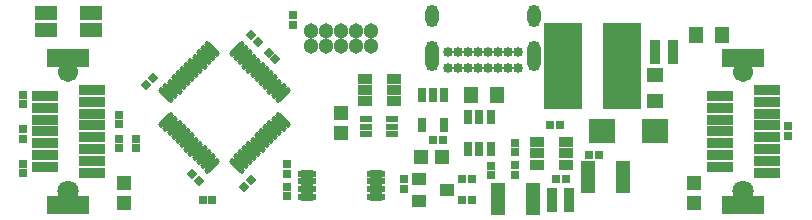
<source format=gts>
G04*
G04 #@! TF.GenerationSoftware,Altium Limited,Altium Designer,19.1.5 (86)*
G04*
G04 Layer_Color=8388736*
%FSLAX25Y25*%
%MOIN*%
G70*
G01*
G75*
%ADD41R,0.04737X0.10642*%
%ADD42R,0.09068X0.08083*%
%ADD43R,0.12611X0.29147*%
%ADD44R,0.03556X0.07887*%
%ADD45R,0.03950X0.02375*%
%ADD46R,0.04800X0.05800*%
%ADD47R,0.05131X0.03359*%
%ADD48R,0.02965X0.04737*%
%ADD49R,0.04737X0.03556*%
G04:AMPARAMS|DCode=50|XSize=19.81mil|YSize=65.09mil|CornerRadius=0mil|HoleSize=0mil|Usage=FLASHONLY|Rotation=225.000|XOffset=0mil|YOffset=0mil|HoleType=Round|Shape=Round|*
%AMOVALD50*
21,1,0.04528,0.01981,0.00000,0.00000,315.0*
1,1,0.01981,-0.01601,0.01601*
1,1,0.01981,0.01601,-0.01601*
%
%ADD50OVALD50*%

G04:AMPARAMS|DCode=51|XSize=19.81mil|YSize=65.09mil|CornerRadius=0mil|HoleSize=0mil|Usage=FLASHONLY|Rotation=135.000|XOffset=0mil|YOffset=0mil|HoleType=Round|Shape=Round|*
%AMOVALD51*
21,1,0.04528,0.01981,0.00000,0.00000,225.0*
1,1,0.01981,0.01601,0.01601*
1,1,0.01981,-0.01601,-0.01601*
%
%ADD51OVALD51*%

%ADD52R,0.08989X0.03556*%
%ADD53R,0.14186X0.05918*%
%ADD54R,0.02756X0.02756*%
%ADD55O,0.06312X0.02572*%
%ADD56R,0.07296X0.04934*%
%ADD57R,0.05131X0.04737*%
%ADD58R,0.04540X0.04343*%
%ADD59R,0.04540X0.04343*%
%ADD60R,0.02756X0.02756*%
%ADD61P,0.03897X4X360.0*%
%ADD62P,0.03897X4X270.0*%
%ADD63R,0.04737X0.05131*%
%ADD64R,0.05800X0.04800*%
%ADD65C,0.03359*%
%ADD66O,0.04343X0.10249*%
%ADD67O,0.04343X0.07493*%
%ADD68C,0.05131*%
%ADD69C,0.06706*%
%ADD70C,0.07099*%
%ADD71C,0.03950*%
D41*
X222094Y146606D02*
D03*
X233906D02*
D03*
X203906Y139500D02*
D03*
X192095D02*
D03*
D42*
X226678Y162117D02*
D03*
X244388D02*
D03*
D43*
X213815Y183606D02*
D03*
X233500D02*
D03*
D44*
X250453Y188500D02*
D03*
X244547D02*
D03*
X215953Y139000D02*
D03*
X210047D02*
D03*
D45*
X148268Y160941D02*
D03*
Y163500D02*
D03*
Y166059D02*
D03*
X156732D02*
D03*
X156732Y163500D02*
D03*
X156732Y160941D02*
D03*
D46*
X183300Y174000D02*
D03*
X191700D02*
D03*
X258300Y194000D02*
D03*
X266700D02*
D03*
D47*
X205276Y158346D02*
D03*
Y154606D02*
D03*
Y150866D02*
D03*
X214724D02*
D03*
Y154606D02*
D03*
Y158346D02*
D03*
D48*
X174240Y174000D02*
D03*
X170500D02*
D03*
X166760D02*
D03*
Y164157D02*
D03*
X174240D02*
D03*
X182260Y166815D02*
D03*
X186000D02*
D03*
X189740D02*
D03*
Y156185D02*
D03*
X186000D02*
D03*
X182260D02*
D03*
D49*
X157449Y179500D02*
D03*
Y175760D02*
D03*
Y172020D02*
D03*
X148000D02*
D03*
Y175760D02*
D03*
Y179500D02*
D03*
D50*
X105106Y150582D02*
D03*
X106498Y151974D02*
D03*
X107890Y153366D02*
D03*
X109282Y154758D02*
D03*
X110674Y156150D02*
D03*
X112066Y157542D02*
D03*
X113458Y158934D02*
D03*
X114850Y160326D02*
D03*
X116242Y161718D02*
D03*
X117634Y163110D02*
D03*
X119026Y164502D02*
D03*
X120418Y165894D02*
D03*
X96894Y189418D02*
D03*
X95502Y188026D02*
D03*
X94110Y186634D02*
D03*
X92718Y185242D02*
D03*
X91326Y183850D02*
D03*
X89934Y182458D02*
D03*
X88542Y181066D02*
D03*
X87150Y179674D02*
D03*
X85758Y178282D02*
D03*
X84366Y176890D02*
D03*
X82974Y175498D02*
D03*
X81582Y174106D02*
D03*
D51*
X120418D02*
D03*
X119026Y175498D02*
D03*
X117634Y176890D02*
D03*
X116242Y178282D02*
D03*
X114850Y179674D02*
D03*
X113458Y181066D02*
D03*
X112066Y182458D02*
D03*
X110674Y183850D02*
D03*
X109282Y185242D02*
D03*
X107890Y186634D02*
D03*
X106498Y188026D02*
D03*
X105106Y189418D02*
D03*
X81582Y165894D02*
D03*
X82974Y164502D02*
D03*
X84366Y163110D02*
D03*
X85758Y161718D02*
D03*
X87150Y160326D02*
D03*
X88542Y158934D02*
D03*
X89934Y157542D02*
D03*
X91326Y156150D02*
D03*
X92718Y154758D02*
D03*
X94110Y153366D02*
D03*
X95502Y151974D02*
D03*
X96894Y150582D02*
D03*
D52*
X266283Y154095D02*
D03*
X281716Y152126D02*
D03*
X266283Y150157D02*
D03*
X281716Y148189D02*
D03*
Y156063D02*
D03*
X266283Y158031D02*
D03*
X281716Y160000D02*
D03*
X266283Y161969D02*
D03*
X281716Y163937D02*
D03*
X266283Y165905D02*
D03*
X281716Y167874D02*
D03*
X266283Y169843D02*
D03*
X281716Y171811D02*
D03*
X266283Y173779D02*
D03*
X281716Y175748D02*
D03*
X41284Y154095D02*
D03*
X56717Y152126D02*
D03*
X41284Y150157D02*
D03*
X56717Y148189D02*
D03*
Y156063D02*
D03*
X41284Y158031D02*
D03*
X56717Y160000D02*
D03*
X41284Y161969D02*
D03*
X56717Y163937D02*
D03*
X41284Y165905D02*
D03*
X56717Y167874D02*
D03*
X41284Y169843D02*
D03*
X56717Y171811D02*
D03*
X41284Y173779D02*
D03*
X56717Y175748D02*
D03*
D53*
X274000Y186406D02*
D03*
Y137531D02*
D03*
X49000Y186406D02*
D03*
Y137531D02*
D03*
D54*
X97000Y139000D02*
D03*
X93803D02*
D03*
X209500Y164106D02*
D03*
X212697D02*
D03*
X170500Y159000D02*
D03*
X173697D02*
D03*
X225697Y154106D02*
D03*
X222500D02*
D03*
X214697Y146106D02*
D03*
X211500D02*
D03*
X183500Y146000D02*
D03*
X180303D02*
D03*
X183500Y139000D02*
D03*
X180303D02*
D03*
D55*
X151614Y140161D02*
D03*
X151614Y142720D02*
D03*
X151614Y145280D02*
D03*
Y147839D02*
D03*
X128386Y140161D02*
D03*
Y142720D02*
D03*
Y145280D02*
D03*
Y147839D02*
D03*
D56*
X56579Y195646D02*
D03*
X41421D02*
D03*
X56579Y201354D02*
D03*
X41421D02*
D03*
D57*
X166654Y153500D02*
D03*
X173346D02*
D03*
D58*
X165874Y146240D02*
D03*
X175126Y142500D02*
D03*
D59*
X165874Y138760D02*
D03*
D60*
X161000Y146000D02*
D03*
Y142803D02*
D03*
X198000Y150606D02*
D03*
Y147409D02*
D03*
Y158197D02*
D03*
Y155000D02*
D03*
X124000Y197500D02*
D03*
Y200697D02*
D03*
X34000Y159500D02*
D03*
Y162697D02*
D03*
X71500Y156303D02*
D03*
Y159500D02*
D03*
X34000Y174197D02*
D03*
Y171000D02*
D03*
X66000Y164303D02*
D03*
Y167500D02*
D03*
X34000Y148000D02*
D03*
Y151197D02*
D03*
X66000Y159500D02*
D03*
Y156303D02*
D03*
X122000Y140303D02*
D03*
Y143500D02*
D03*
X289000Y160500D02*
D03*
Y163697D02*
D03*
X122000Y147803D02*
D03*
Y151000D02*
D03*
X190000Y147303D02*
D03*
Y150500D02*
D03*
D61*
X118000Y186000D02*
D03*
X115740Y188260D02*
D03*
X90240Y147760D02*
D03*
X92500Y145500D02*
D03*
X112260Y191739D02*
D03*
X110000Y194000D02*
D03*
D62*
X107500Y143500D02*
D03*
X109760Y145761D02*
D03*
X75000Y177500D02*
D03*
X77261Y179761D02*
D03*
D63*
X140000Y168193D02*
D03*
Y161500D02*
D03*
X257500Y144846D02*
D03*
Y138154D02*
D03*
X67500Y138154D02*
D03*
Y144846D02*
D03*
D64*
X244500Y180606D02*
D03*
Y172206D02*
D03*
D65*
X175461Y188500D02*
D03*
X178807D02*
D03*
X182153D02*
D03*
X185500D02*
D03*
X188847D02*
D03*
X192193D02*
D03*
X195539D02*
D03*
X198886D02*
D03*
Y183185D02*
D03*
X195539D02*
D03*
X192193D02*
D03*
X188847D02*
D03*
X185500D02*
D03*
X182153D02*
D03*
X178807D02*
D03*
X175461D02*
D03*
D66*
X204201Y187043D02*
D03*
X170146D02*
D03*
D67*
X204201Y200350D02*
D03*
X170146D02*
D03*
D68*
X150000Y195500D02*
D03*
Y190500D02*
D03*
X145000Y195500D02*
D03*
Y190500D02*
D03*
X140000Y195500D02*
D03*
Y190500D02*
D03*
X135000Y195500D02*
D03*
Y190500D02*
D03*
X130000Y195500D02*
D03*
Y190500D02*
D03*
D69*
X274000Y181850D02*
D03*
X49000D02*
D03*
D70*
X274000Y142087D02*
D03*
X49000D02*
D03*
D71*
X41028Y201650D02*
D03*
X56972D02*
D03*
M02*

</source>
